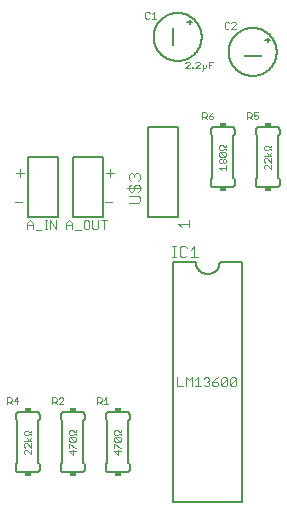
<source format=gto>
G75*
%MOIN*%
%OFA0B0*%
%FSLAX25Y25*%
%IPPOS*%
%LPD*%
%AMOC8*
5,1,8,0,0,1.08239X$1,22.5*
%
%ADD10C,0.00500*%
%ADD11C,0.00300*%
%ADD12C,0.00600*%
%ADD13R,0.01000X0.06400*%
%ADD14C,0.00200*%
%ADD15R,0.06400X0.01000*%
%ADD16C,0.00400*%
%ADD17R,0.02000X0.01500*%
D10*
X0007868Y0101000D02*
X0017868Y0101000D01*
X0017868Y0121000D01*
X0007868Y0121000D01*
X0007868Y0101000D01*
X0022868Y0101000D02*
X0032868Y0101000D01*
X0032868Y0121000D01*
X0022868Y0121000D01*
X0022868Y0101000D01*
X0047868Y0101000D02*
X0057868Y0101000D01*
X0057868Y0131000D01*
X0047868Y0131000D01*
X0047868Y0101000D01*
D11*
X0058015Y0098701D02*
X0061718Y0098701D01*
X0061718Y0097467D02*
X0061718Y0099936D01*
X0059249Y0097467D02*
X0058015Y0098701D01*
X0036145Y0106002D02*
X0033676Y0106002D01*
X0033405Y0099852D02*
X0033405Y0096950D01*
X0031426Y0097434D02*
X0031426Y0099852D01*
X0032438Y0099852D02*
X0034373Y0099852D01*
X0031426Y0097434D02*
X0030942Y0096950D01*
X0029975Y0096950D01*
X0029491Y0097434D01*
X0029491Y0099852D01*
X0028480Y0099369D02*
X0027996Y0099852D01*
X0027028Y0099852D01*
X0026545Y0099369D01*
X0026545Y0097434D01*
X0027028Y0096950D01*
X0027996Y0096950D01*
X0028480Y0097434D01*
X0028480Y0099369D01*
X0025533Y0096466D02*
X0023598Y0096466D01*
X0022587Y0096950D02*
X0022587Y0098885D01*
X0021619Y0099852D01*
X0020652Y0098885D01*
X0020652Y0096950D01*
X0020652Y0098401D02*
X0022587Y0098401D01*
X0017408Y0096950D02*
X0017408Y0099852D01*
X0015473Y0099852D02*
X0015473Y0096950D01*
X0014477Y0096950D02*
X0013509Y0096950D01*
X0013993Y0096950D02*
X0013993Y0099852D01*
X0013509Y0099852D02*
X0014477Y0099852D01*
X0015473Y0099852D02*
X0017408Y0096950D01*
X0012498Y0096466D02*
X0010563Y0096466D01*
X0009551Y0096950D02*
X0009551Y0098885D01*
X0008584Y0099852D01*
X0007616Y0098885D01*
X0007616Y0096950D01*
X0007616Y0098401D02*
X0009551Y0098401D01*
X0006145Y0106002D02*
X0003676Y0106002D01*
X0005366Y0114308D02*
X0005366Y0116777D01*
X0004132Y0115543D02*
X0006601Y0115543D01*
X0034132Y0115543D02*
X0036601Y0115543D01*
X0035366Y0116777D02*
X0035366Y0114308D01*
X0057705Y0047452D02*
X0057705Y0044550D01*
X0059640Y0044550D01*
X0060652Y0044550D02*
X0060652Y0047452D01*
X0061619Y0046485D01*
X0062587Y0047452D01*
X0062587Y0044550D01*
X0063598Y0044550D02*
X0065533Y0044550D01*
X0064566Y0044550D02*
X0064566Y0047452D01*
X0063598Y0046485D01*
X0066545Y0046969D02*
X0067028Y0047452D01*
X0067996Y0047452D01*
X0068480Y0046969D01*
X0068480Y0046485D01*
X0067996Y0046001D01*
X0068480Y0045517D01*
X0068480Y0045034D01*
X0067996Y0044550D01*
X0067028Y0044550D01*
X0066545Y0045034D01*
X0067512Y0046001D02*
X0067996Y0046001D01*
X0069491Y0046001D02*
X0070942Y0046001D01*
X0071426Y0045517D01*
X0071426Y0045034D01*
X0070942Y0044550D01*
X0069975Y0044550D01*
X0069491Y0045034D01*
X0069491Y0046001D01*
X0070459Y0046969D01*
X0071426Y0047452D01*
X0072438Y0046969D02*
X0072922Y0047452D01*
X0073889Y0047452D01*
X0074373Y0046969D01*
X0072438Y0045034D01*
X0072922Y0044550D01*
X0073889Y0044550D01*
X0074373Y0045034D01*
X0074373Y0046969D01*
X0075384Y0046969D02*
X0075868Y0047452D01*
X0076836Y0047452D01*
X0077319Y0046969D01*
X0075384Y0045034D01*
X0075868Y0044550D01*
X0076836Y0044550D01*
X0077319Y0045034D01*
X0077319Y0046969D01*
X0075384Y0046969D02*
X0075384Y0045034D01*
X0072438Y0045034D02*
X0072438Y0046969D01*
D12*
X0041868Y0035000D02*
X0041868Y0033500D01*
X0041368Y0033000D01*
X0041368Y0019000D01*
X0041868Y0018500D01*
X0041868Y0017000D01*
X0041866Y0016940D01*
X0041861Y0016879D01*
X0041852Y0016820D01*
X0041839Y0016761D01*
X0041823Y0016702D01*
X0041803Y0016645D01*
X0041780Y0016590D01*
X0041753Y0016535D01*
X0041724Y0016483D01*
X0041691Y0016432D01*
X0041655Y0016383D01*
X0041617Y0016337D01*
X0041575Y0016293D01*
X0041531Y0016251D01*
X0041485Y0016213D01*
X0041436Y0016177D01*
X0041385Y0016144D01*
X0041333Y0016115D01*
X0041278Y0016088D01*
X0041223Y0016065D01*
X0041166Y0016045D01*
X0041107Y0016029D01*
X0041048Y0016016D01*
X0040989Y0016007D01*
X0040928Y0016002D01*
X0040868Y0016000D01*
X0034868Y0016000D01*
X0034808Y0016002D01*
X0034747Y0016007D01*
X0034688Y0016016D01*
X0034629Y0016029D01*
X0034570Y0016045D01*
X0034513Y0016065D01*
X0034458Y0016088D01*
X0034403Y0016115D01*
X0034351Y0016144D01*
X0034300Y0016177D01*
X0034251Y0016213D01*
X0034205Y0016251D01*
X0034161Y0016293D01*
X0034119Y0016337D01*
X0034081Y0016383D01*
X0034045Y0016432D01*
X0034012Y0016483D01*
X0033983Y0016535D01*
X0033956Y0016590D01*
X0033933Y0016645D01*
X0033913Y0016702D01*
X0033897Y0016761D01*
X0033884Y0016820D01*
X0033875Y0016879D01*
X0033870Y0016940D01*
X0033868Y0017000D01*
X0033868Y0018500D01*
X0034368Y0019000D01*
X0034368Y0033000D01*
X0033868Y0033500D01*
X0033868Y0035000D01*
X0033870Y0035060D01*
X0033875Y0035121D01*
X0033884Y0035180D01*
X0033897Y0035239D01*
X0033913Y0035298D01*
X0033933Y0035355D01*
X0033956Y0035410D01*
X0033983Y0035465D01*
X0034012Y0035517D01*
X0034045Y0035568D01*
X0034081Y0035617D01*
X0034119Y0035663D01*
X0034161Y0035707D01*
X0034205Y0035749D01*
X0034251Y0035787D01*
X0034300Y0035823D01*
X0034351Y0035856D01*
X0034403Y0035885D01*
X0034458Y0035912D01*
X0034513Y0035935D01*
X0034570Y0035955D01*
X0034629Y0035971D01*
X0034688Y0035984D01*
X0034747Y0035993D01*
X0034808Y0035998D01*
X0034868Y0036000D01*
X0040868Y0036000D01*
X0040928Y0035998D01*
X0040989Y0035993D01*
X0041048Y0035984D01*
X0041107Y0035971D01*
X0041166Y0035955D01*
X0041223Y0035935D01*
X0041278Y0035912D01*
X0041333Y0035885D01*
X0041385Y0035856D01*
X0041436Y0035823D01*
X0041485Y0035787D01*
X0041531Y0035749D01*
X0041575Y0035707D01*
X0041617Y0035663D01*
X0041655Y0035617D01*
X0041691Y0035568D01*
X0041724Y0035517D01*
X0041753Y0035465D01*
X0041780Y0035410D01*
X0041803Y0035355D01*
X0041823Y0035298D01*
X0041839Y0035239D01*
X0041852Y0035180D01*
X0041861Y0035121D01*
X0041866Y0035060D01*
X0041868Y0035000D01*
X0041866Y0035060D01*
X0041861Y0035121D01*
X0041852Y0035180D01*
X0041839Y0035239D01*
X0041823Y0035298D01*
X0041803Y0035355D01*
X0041780Y0035410D01*
X0041753Y0035465D01*
X0041724Y0035517D01*
X0041691Y0035568D01*
X0041655Y0035617D01*
X0041617Y0035663D01*
X0041575Y0035707D01*
X0041531Y0035749D01*
X0041485Y0035787D01*
X0041436Y0035823D01*
X0041385Y0035856D01*
X0041333Y0035885D01*
X0041278Y0035912D01*
X0041223Y0035935D01*
X0041166Y0035955D01*
X0041107Y0035971D01*
X0041048Y0035984D01*
X0040989Y0035993D01*
X0040928Y0035998D01*
X0040868Y0036000D01*
X0034868Y0036000D02*
X0034808Y0035998D01*
X0034747Y0035993D01*
X0034688Y0035984D01*
X0034629Y0035971D01*
X0034570Y0035955D01*
X0034513Y0035935D01*
X0034458Y0035912D01*
X0034403Y0035885D01*
X0034351Y0035856D01*
X0034300Y0035823D01*
X0034251Y0035787D01*
X0034205Y0035749D01*
X0034161Y0035707D01*
X0034119Y0035663D01*
X0034081Y0035617D01*
X0034045Y0035568D01*
X0034012Y0035517D01*
X0033983Y0035465D01*
X0033956Y0035410D01*
X0033933Y0035355D01*
X0033913Y0035298D01*
X0033897Y0035239D01*
X0033884Y0035180D01*
X0033875Y0035121D01*
X0033870Y0035060D01*
X0033868Y0035000D01*
X0026868Y0035000D02*
X0026868Y0033500D01*
X0026368Y0033000D01*
X0026368Y0019000D01*
X0026868Y0018500D01*
X0026868Y0017000D01*
X0026866Y0016940D01*
X0026861Y0016879D01*
X0026852Y0016820D01*
X0026839Y0016761D01*
X0026823Y0016702D01*
X0026803Y0016645D01*
X0026780Y0016590D01*
X0026753Y0016535D01*
X0026724Y0016483D01*
X0026691Y0016432D01*
X0026655Y0016383D01*
X0026617Y0016337D01*
X0026575Y0016293D01*
X0026531Y0016251D01*
X0026485Y0016213D01*
X0026436Y0016177D01*
X0026385Y0016144D01*
X0026333Y0016115D01*
X0026278Y0016088D01*
X0026223Y0016065D01*
X0026166Y0016045D01*
X0026107Y0016029D01*
X0026048Y0016016D01*
X0025989Y0016007D01*
X0025928Y0016002D01*
X0025868Y0016000D01*
X0019868Y0016000D01*
X0019808Y0016002D01*
X0019747Y0016007D01*
X0019688Y0016016D01*
X0019629Y0016029D01*
X0019570Y0016045D01*
X0019513Y0016065D01*
X0019458Y0016088D01*
X0019403Y0016115D01*
X0019351Y0016144D01*
X0019300Y0016177D01*
X0019251Y0016213D01*
X0019205Y0016251D01*
X0019161Y0016293D01*
X0019119Y0016337D01*
X0019081Y0016383D01*
X0019045Y0016432D01*
X0019012Y0016483D01*
X0018983Y0016535D01*
X0018956Y0016590D01*
X0018933Y0016645D01*
X0018913Y0016702D01*
X0018897Y0016761D01*
X0018884Y0016820D01*
X0018875Y0016879D01*
X0018870Y0016940D01*
X0018868Y0017000D01*
X0018868Y0018500D01*
X0019368Y0019000D01*
X0019368Y0033000D01*
X0018868Y0033500D01*
X0018868Y0035000D01*
X0018870Y0035060D01*
X0018875Y0035121D01*
X0018884Y0035180D01*
X0018897Y0035239D01*
X0018913Y0035298D01*
X0018933Y0035355D01*
X0018956Y0035410D01*
X0018983Y0035465D01*
X0019012Y0035517D01*
X0019045Y0035568D01*
X0019081Y0035617D01*
X0019119Y0035663D01*
X0019161Y0035707D01*
X0019205Y0035749D01*
X0019251Y0035787D01*
X0019300Y0035823D01*
X0019351Y0035856D01*
X0019403Y0035885D01*
X0019458Y0035912D01*
X0019513Y0035935D01*
X0019570Y0035955D01*
X0019629Y0035971D01*
X0019688Y0035984D01*
X0019747Y0035993D01*
X0019808Y0035998D01*
X0019868Y0036000D01*
X0025868Y0036000D01*
X0025928Y0035998D01*
X0025989Y0035993D01*
X0026048Y0035984D01*
X0026107Y0035971D01*
X0026166Y0035955D01*
X0026223Y0035935D01*
X0026278Y0035912D01*
X0026333Y0035885D01*
X0026385Y0035856D01*
X0026436Y0035823D01*
X0026485Y0035787D01*
X0026531Y0035749D01*
X0026575Y0035707D01*
X0026617Y0035663D01*
X0026655Y0035617D01*
X0026691Y0035568D01*
X0026724Y0035517D01*
X0026753Y0035465D01*
X0026780Y0035410D01*
X0026803Y0035355D01*
X0026823Y0035298D01*
X0026839Y0035239D01*
X0026852Y0035180D01*
X0026861Y0035121D01*
X0026866Y0035060D01*
X0026868Y0035000D01*
X0026866Y0035060D01*
X0026861Y0035121D01*
X0026852Y0035180D01*
X0026839Y0035239D01*
X0026823Y0035298D01*
X0026803Y0035355D01*
X0026780Y0035410D01*
X0026753Y0035465D01*
X0026724Y0035517D01*
X0026691Y0035568D01*
X0026655Y0035617D01*
X0026617Y0035663D01*
X0026575Y0035707D01*
X0026531Y0035749D01*
X0026485Y0035787D01*
X0026436Y0035823D01*
X0026385Y0035856D01*
X0026333Y0035885D01*
X0026278Y0035912D01*
X0026223Y0035935D01*
X0026166Y0035955D01*
X0026107Y0035971D01*
X0026048Y0035984D01*
X0025989Y0035993D01*
X0025928Y0035998D01*
X0025868Y0036000D01*
X0019868Y0036000D02*
X0019808Y0035998D01*
X0019747Y0035993D01*
X0019688Y0035984D01*
X0019629Y0035971D01*
X0019570Y0035955D01*
X0019513Y0035935D01*
X0019458Y0035912D01*
X0019403Y0035885D01*
X0019351Y0035856D01*
X0019300Y0035823D01*
X0019251Y0035787D01*
X0019205Y0035749D01*
X0019161Y0035707D01*
X0019119Y0035663D01*
X0019081Y0035617D01*
X0019045Y0035568D01*
X0019012Y0035517D01*
X0018983Y0035465D01*
X0018956Y0035410D01*
X0018933Y0035355D01*
X0018913Y0035298D01*
X0018897Y0035239D01*
X0018884Y0035180D01*
X0018875Y0035121D01*
X0018870Y0035060D01*
X0018868Y0035000D01*
X0011868Y0035000D02*
X0011868Y0033500D01*
X0011368Y0033000D01*
X0011368Y0019000D01*
X0011868Y0018500D01*
X0011868Y0017000D01*
X0011866Y0016940D01*
X0011861Y0016879D01*
X0011852Y0016820D01*
X0011839Y0016761D01*
X0011823Y0016702D01*
X0011803Y0016645D01*
X0011780Y0016590D01*
X0011753Y0016535D01*
X0011724Y0016483D01*
X0011691Y0016432D01*
X0011655Y0016383D01*
X0011617Y0016337D01*
X0011575Y0016293D01*
X0011531Y0016251D01*
X0011485Y0016213D01*
X0011436Y0016177D01*
X0011385Y0016144D01*
X0011333Y0016115D01*
X0011278Y0016088D01*
X0011223Y0016065D01*
X0011166Y0016045D01*
X0011107Y0016029D01*
X0011048Y0016016D01*
X0010989Y0016007D01*
X0010928Y0016002D01*
X0010868Y0016000D01*
X0004868Y0016000D01*
X0004808Y0016002D01*
X0004747Y0016007D01*
X0004688Y0016016D01*
X0004629Y0016029D01*
X0004570Y0016045D01*
X0004513Y0016065D01*
X0004458Y0016088D01*
X0004403Y0016115D01*
X0004351Y0016144D01*
X0004300Y0016177D01*
X0004251Y0016213D01*
X0004205Y0016251D01*
X0004161Y0016293D01*
X0004119Y0016337D01*
X0004081Y0016383D01*
X0004045Y0016432D01*
X0004012Y0016483D01*
X0003983Y0016535D01*
X0003956Y0016590D01*
X0003933Y0016645D01*
X0003913Y0016702D01*
X0003897Y0016761D01*
X0003884Y0016820D01*
X0003875Y0016879D01*
X0003870Y0016940D01*
X0003868Y0017000D01*
X0003868Y0018500D01*
X0004368Y0019000D01*
X0004368Y0033000D01*
X0003868Y0033500D01*
X0003868Y0035000D01*
X0003870Y0035060D01*
X0003875Y0035121D01*
X0003884Y0035180D01*
X0003897Y0035239D01*
X0003913Y0035298D01*
X0003933Y0035355D01*
X0003956Y0035410D01*
X0003983Y0035465D01*
X0004012Y0035517D01*
X0004045Y0035568D01*
X0004081Y0035617D01*
X0004119Y0035663D01*
X0004161Y0035707D01*
X0004205Y0035749D01*
X0004251Y0035787D01*
X0004300Y0035823D01*
X0004351Y0035856D01*
X0004403Y0035885D01*
X0004458Y0035912D01*
X0004513Y0035935D01*
X0004570Y0035955D01*
X0004629Y0035971D01*
X0004688Y0035984D01*
X0004747Y0035993D01*
X0004808Y0035998D01*
X0004868Y0036000D01*
X0010868Y0036000D01*
X0010928Y0035998D01*
X0010989Y0035993D01*
X0011048Y0035984D01*
X0011107Y0035971D01*
X0011166Y0035955D01*
X0011223Y0035935D01*
X0011278Y0035912D01*
X0011333Y0035885D01*
X0011385Y0035856D01*
X0011436Y0035823D01*
X0011485Y0035787D01*
X0011531Y0035749D01*
X0011575Y0035707D01*
X0011617Y0035663D01*
X0011655Y0035617D01*
X0011691Y0035568D01*
X0011724Y0035517D01*
X0011753Y0035465D01*
X0011780Y0035410D01*
X0011803Y0035355D01*
X0011823Y0035298D01*
X0011839Y0035239D01*
X0011852Y0035180D01*
X0011861Y0035121D01*
X0011866Y0035060D01*
X0011868Y0035000D01*
X0011866Y0035060D01*
X0011861Y0035121D01*
X0011852Y0035180D01*
X0011839Y0035239D01*
X0011823Y0035298D01*
X0011803Y0035355D01*
X0011780Y0035410D01*
X0011753Y0035465D01*
X0011724Y0035517D01*
X0011691Y0035568D01*
X0011655Y0035617D01*
X0011617Y0035663D01*
X0011575Y0035707D01*
X0011531Y0035749D01*
X0011485Y0035787D01*
X0011436Y0035823D01*
X0011385Y0035856D01*
X0011333Y0035885D01*
X0011278Y0035912D01*
X0011223Y0035935D01*
X0011166Y0035955D01*
X0011107Y0035971D01*
X0011048Y0035984D01*
X0010989Y0035993D01*
X0010928Y0035998D01*
X0010868Y0036000D01*
X0004868Y0036000D02*
X0004808Y0035998D01*
X0004747Y0035993D01*
X0004688Y0035984D01*
X0004629Y0035971D01*
X0004570Y0035955D01*
X0004513Y0035935D01*
X0004458Y0035912D01*
X0004403Y0035885D01*
X0004351Y0035856D01*
X0004300Y0035823D01*
X0004251Y0035787D01*
X0004205Y0035749D01*
X0004161Y0035707D01*
X0004119Y0035663D01*
X0004081Y0035617D01*
X0004045Y0035568D01*
X0004012Y0035517D01*
X0003983Y0035465D01*
X0003956Y0035410D01*
X0003933Y0035355D01*
X0003913Y0035298D01*
X0003897Y0035239D01*
X0003884Y0035180D01*
X0003875Y0035121D01*
X0003870Y0035060D01*
X0003868Y0035000D01*
X0003868Y0017000D02*
X0003870Y0016940D01*
X0003875Y0016879D01*
X0003884Y0016820D01*
X0003897Y0016761D01*
X0003913Y0016702D01*
X0003933Y0016645D01*
X0003956Y0016590D01*
X0003983Y0016535D01*
X0004012Y0016483D01*
X0004045Y0016432D01*
X0004081Y0016383D01*
X0004119Y0016337D01*
X0004161Y0016293D01*
X0004205Y0016251D01*
X0004251Y0016213D01*
X0004300Y0016177D01*
X0004351Y0016144D01*
X0004403Y0016115D01*
X0004458Y0016088D01*
X0004513Y0016065D01*
X0004570Y0016045D01*
X0004629Y0016029D01*
X0004688Y0016016D01*
X0004747Y0016007D01*
X0004808Y0016002D01*
X0004868Y0016000D01*
X0010868Y0016000D02*
X0010928Y0016002D01*
X0010989Y0016007D01*
X0011048Y0016016D01*
X0011107Y0016029D01*
X0011166Y0016045D01*
X0011223Y0016065D01*
X0011278Y0016088D01*
X0011333Y0016115D01*
X0011385Y0016144D01*
X0011436Y0016177D01*
X0011485Y0016213D01*
X0011531Y0016251D01*
X0011575Y0016293D01*
X0011617Y0016337D01*
X0011655Y0016383D01*
X0011691Y0016432D01*
X0011724Y0016483D01*
X0011753Y0016535D01*
X0011780Y0016590D01*
X0011803Y0016645D01*
X0011823Y0016702D01*
X0011839Y0016761D01*
X0011852Y0016820D01*
X0011861Y0016879D01*
X0011866Y0016940D01*
X0011868Y0017000D01*
X0018868Y0017000D02*
X0018870Y0016940D01*
X0018875Y0016879D01*
X0018884Y0016820D01*
X0018897Y0016761D01*
X0018913Y0016702D01*
X0018933Y0016645D01*
X0018956Y0016590D01*
X0018983Y0016535D01*
X0019012Y0016483D01*
X0019045Y0016432D01*
X0019081Y0016383D01*
X0019119Y0016337D01*
X0019161Y0016293D01*
X0019205Y0016251D01*
X0019251Y0016213D01*
X0019300Y0016177D01*
X0019351Y0016144D01*
X0019403Y0016115D01*
X0019458Y0016088D01*
X0019513Y0016065D01*
X0019570Y0016045D01*
X0019629Y0016029D01*
X0019688Y0016016D01*
X0019747Y0016007D01*
X0019808Y0016002D01*
X0019868Y0016000D01*
X0025868Y0016000D02*
X0025928Y0016002D01*
X0025989Y0016007D01*
X0026048Y0016016D01*
X0026107Y0016029D01*
X0026166Y0016045D01*
X0026223Y0016065D01*
X0026278Y0016088D01*
X0026333Y0016115D01*
X0026385Y0016144D01*
X0026436Y0016177D01*
X0026485Y0016213D01*
X0026531Y0016251D01*
X0026575Y0016293D01*
X0026617Y0016337D01*
X0026655Y0016383D01*
X0026691Y0016432D01*
X0026724Y0016483D01*
X0026753Y0016535D01*
X0026780Y0016590D01*
X0026803Y0016645D01*
X0026823Y0016702D01*
X0026839Y0016761D01*
X0026852Y0016820D01*
X0026861Y0016879D01*
X0026866Y0016940D01*
X0026868Y0017000D01*
X0033868Y0017000D02*
X0033870Y0016940D01*
X0033875Y0016879D01*
X0033884Y0016820D01*
X0033897Y0016761D01*
X0033913Y0016702D01*
X0033933Y0016645D01*
X0033956Y0016590D01*
X0033983Y0016535D01*
X0034012Y0016483D01*
X0034045Y0016432D01*
X0034081Y0016383D01*
X0034119Y0016337D01*
X0034161Y0016293D01*
X0034205Y0016251D01*
X0034251Y0016213D01*
X0034300Y0016177D01*
X0034351Y0016144D01*
X0034403Y0016115D01*
X0034458Y0016088D01*
X0034513Y0016065D01*
X0034570Y0016045D01*
X0034629Y0016029D01*
X0034688Y0016016D01*
X0034747Y0016007D01*
X0034808Y0016002D01*
X0034868Y0016000D01*
X0040868Y0016000D02*
X0040928Y0016002D01*
X0040989Y0016007D01*
X0041048Y0016016D01*
X0041107Y0016029D01*
X0041166Y0016045D01*
X0041223Y0016065D01*
X0041278Y0016088D01*
X0041333Y0016115D01*
X0041385Y0016144D01*
X0041436Y0016177D01*
X0041485Y0016213D01*
X0041531Y0016251D01*
X0041575Y0016293D01*
X0041617Y0016337D01*
X0041655Y0016383D01*
X0041691Y0016432D01*
X0041724Y0016483D01*
X0041753Y0016535D01*
X0041780Y0016590D01*
X0041803Y0016645D01*
X0041823Y0016702D01*
X0041839Y0016761D01*
X0041852Y0016820D01*
X0041861Y0016879D01*
X0041866Y0016940D01*
X0041868Y0017000D01*
X0056368Y0006000D02*
X0079368Y0006000D01*
X0079368Y0086000D01*
X0071868Y0086000D01*
X0071866Y0085874D01*
X0071860Y0085749D01*
X0071850Y0085624D01*
X0071836Y0085499D01*
X0071819Y0085374D01*
X0071797Y0085250D01*
X0071772Y0085127D01*
X0071742Y0085005D01*
X0071709Y0084884D01*
X0071672Y0084764D01*
X0071632Y0084645D01*
X0071587Y0084528D01*
X0071539Y0084411D01*
X0071487Y0084297D01*
X0071432Y0084184D01*
X0071373Y0084073D01*
X0071311Y0083964D01*
X0071245Y0083857D01*
X0071176Y0083752D01*
X0071104Y0083649D01*
X0071029Y0083548D01*
X0070950Y0083450D01*
X0070868Y0083355D01*
X0070784Y0083262D01*
X0070696Y0083172D01*
X0070606Y0083084D01*
X0070513Y0083000D01*
X0070418Y0082918D01*
X0070320Y0082839D01*
X0070219Y0082764D01*
X0070116Y0082692D01*
X0070011Y0082623D01*
X0069904Y0082557D01*
X0069795Y0082495D01*
X0069684Y0082436D01*
X0069571Y0082381D01*
X0069457Y0082329D01*
X0069340Y0082281D01*
X0069223Y0082236D01*
X0069104Y0082196D01*
X0068984Y0082159D01*
X0068863Y0082126D01*
X0068741Y0082096D01*
X0068618Y0082071D01*
X0068494Y0082049D01*
X0068369Y0082032D01*
X0068244Y0082018D01*
X0068119Y0082008D01*
X0067994Y0082002D01*
X0067868Y0082000D01*
X0067742Y0082002D01*
X0067617Y0082008D01*
X0067492Y0082018D01*
X0067367Y0082032D01*
X0067242Y0082049D01*
X0067118Y0082071D01*
X0066995Y0082096D01*
X0066873Y0082126D01*
X0066752Y0082159D01*
X0066632Y0082196D01*
X0066513Y0082236D01*
X0066396Y0082281D01*
X0066279Y0082329D01*
X0066165Y0082381D01*
X0066052Y0082436D01*
X0065941Y0082495D01*
X0065832Y0082557D01*
X0065725Y0082623D01*
X0065620Y0082692D01*
X0065517Y0082764D01*
X0065416Y0082839D01*
X0065318Y0082918D01*
X0065223Y0083000D01*
X0065130Y0083084D01*
X0065040Y0083172D01*
X0064952Y0083262D01*
X0064868Y0083355D01*
X0064786Y0083450D01*
X0064707Y0083548D01*
X0064632Y0083649D01*
X0064560Y0083752D01*
X0064491Y0083857D01*
X0064425Y0083964D01*
X0064363Y0084073D01*
X0064304Y0084184D01*
X0064249Y0084297D01*
X0064197Y0084411D01*
X0064149Y0084528D01*
X0064104Y0084645D01*
X0064064Y0084764D01*
X0064027Y0084884D01*
X0063994Y0085005D01*
X0063964Y0085127D01*
X0063939Y0085250D01*
X0063917Y0085374D01*
X0063900Y0085499D01*
X0063886Y0085624D01*
X0063876Y0085749D01*
X0063870Y0085874D01*
X0063868Y0086000D01*
X0056368Y0086000D01*
X0056368Y0006000D01*
X0069868Y0111000D02*
X0075868Y0111000D01*
X0075928Y0111002D01*
X0075989Y0111007D01*
X0076048Y0111016D01*
X0076107Y0111029D01*
X0076166Y0111045D01*
X0076223Y0111065D01*
X0076278Y0111088D01*
X0076333Y0111115D01*
X0076385Y0111144D01*
X0076436Y0111177D01*
X0076485Y0111213D01*
X0076531Y0111251D01*
X0076575Y0111293D01*
X0076617Y0111337D01*
X0076655Y0111383D01*
X0076691Y0111432D01*
X0076724Y0111483D01*
X0076753Y0111535D01*
X0076780Y0111590D01*
X0076803Y0111645D01*
X0076823Y0111702D01*
X0076839Y0111761D01*
X0076852Y0111820D01*
X0076861Y0111879D01*
X0076866Y0111940D01*
X0076868Y0112000D01*
X0076868Y0113500D01*
X0076368Y0114000D01*
X0076368Y0128000D01*
X0076868Y0128500D01*
X0076868Y0130000D01*
X0076866Y0130060D01*
X0076861Y0130121D01*
X0076852Y0130180D01*
X0076839Y0130239D01*
X0076823Y0130298D01*
X0076803Y0130355D01*
X0076780Y0130410D01*
X0076753Y0130465D01*
X0076724Y0130517D01*
X0076691Y0130568D01*
X0076655Y0130617D01*
X0076617Y0130663D01*
X0076575Y0130707D01*
X0076531Y0130749D01*
X0076485Y0130787D01*
X0076436Y0130823D01*
X0076385Y0130856D01*
X0076333Y0130885D01*
X0076278Y0130912D01*
X0076223Y0130935D01*
X0076166Y0130955D01*
X0076107Y0130971D01*
X0076048Y0130984D01*
X0075989Y0130993D01*
X0075928Y0130998D01*
X0075868Y0131000D01*
X0069868Y0131000D01*
X0069808Y0130998D01*
X0069747Y0130993D01*
X0069688Y0130984D01*
X0069629Y0130971D01*
X0069570Y0130955D01*
X0069513Y0130935D01*
X0069458Y0130912D01*
X0069403Y0130885D01*
X0069351Y0130856D01*
X0069300Y0130823D01*
X0069251Y0130787D01*
X0069205Y0130749D01*
X0069161Y0130707D01*
X0069119Y0130663D01*
X0069081Y0130617D01*
X0069045Y0130568D01*
X0069012Y0130517D01*
X0068983Y0130465D01*
X0068956Y0130410D01*
X0068933Y0130355D01*
X0068913Y0130298D01*
X0068897Y0130239D01*
X0068884Y0130180D01*
X0068875Y0130121D01*
X0068870Y0130060D01*
X0068868Y0130000D01*
X0068868Y0128500D01*
X0069368Y0128000D01*
X0069368Y0114000D01*
X0068868Y0113500D01*
X0068868Y0112000D01*
X0068870Y0111940D01*
X0068875Y0111879D01*
X0068884Y0111820D01*
X0068897Y0111761D01*
X0068913Y0111702D01*
X0068933Y0111645D01*
X0068956Y0111590D01*
X0068983Y0111535D01*
X0069012Y0111483D01*
X0069045Y0111432D01*
X0069081Y0111383D01*
X0069119Y0111337D01*
X0069161Y0111293D01*
X0069205Y0111251D01*
X0069251Y0111213D01*
X0069300Y0111177D01*
X0069351Y0111144D01*
X0069403Y0111115D01*
X0069458Y0111088D01*
X0069513Y0111065D01*
X0069570Y0111045D01*
X0069629Y0111029D01*
X0069688Y0111016D01*
X0069747Y0111007D01*
X0069808Y0111002D01*
X0069868Y0111000D01*
X0069808Y0111002D01*
X0069747Y0111007D01*
X0069688Y0111016D01*
X0069629Y0111029D01*
X0069570Y0111045D01*
X0069513Y0111065D01*
X0069458Y0111088D01*
X0069403Y0111115D01*
X0069351Y0111144D01*
X0069300Y0111177D01*
X0069251Y0111213D01*
X0069205Y0111251D01*
X0069161Y0111293D01*
X0069119Y0111337D01*
X0069081Y0111383D01*
X0069045Y0111432D01*
X0069012Y0111483D01*
X0068983Y0111535D01*
X0068956Y0111590D01*
X0068933Y0111645D01*
X0068913Y0111702D01*
X0068897Y0111761D01*
X0068884Y0111820D01*
X0068875Y0111879D01*
X0068870Y0111940D01*
X0068868Y0112000D01*
X0075868Y0111000D02*
X0075928Y0111002D01*
X0075989Y0111007D01*
X0076048Y0111016D01*
X0076107Y0111029D01*
X0076166Y0111045D01*
X0076223Y0111065D01*
X0076278Y0111088D01*
X0076333Y0111115D01*
X0076385Y0111144D01*
X0076436Y0111177D01*
X0076485Y0111213D01*
X0076531Y0111251D01*
X0076575Y0111293D01*
X0076617Y0111337D01*
X0076655Y0111383D01*
X0076691Y0111432D01*
X0076724Y0111483D01*
X0076753Y0111535D01*
X0076780Y0111590D01*
X0076803Y0111645D01*
X0076823Y0111702D01*
X0076839Y0111761D01*
X0076852Y0111820D01*
X0076861Y0111879D01*
X0076866Y0111940D01*
X0076868Y0112000D01*
X0083868Y0112000D02*
X0083868Y0113500D01*
X0084368Y0114000D01*
X0084368Y0128000D01*
X0083868Y0128500D01*
X0083868Y0130000D01*
X0083870Y0130060D01*
X0083875Y0130121D01*
X0083884Y0130180D01*
X0083897Y0130239D01*
X0083913Y0130298D01*
X0083933Y0130355D01*
X0083956Y0130410D01*
X0083983Y0130465D01*
X0084012Y0130517D01*
X0084045Y0130568D01*
X0084081Y0130617D01*
X0084119Y0130663D01*
X0084161Y0130707D01*
X0084205Y0130749D01*
X0084251Y0130787D01*
X0084300Y0130823D01*
X0084351Y0130856D01*
X0084403Y0130885D01*
X0084458Y0130912D01*
X0084513Y0130935D01*
X0084570Y0130955D01*
X0084629Y0130971D01*
X0084688Y0130984D01*
X0084747Y0130993D01*
X0084808Y0130998D01*
X0084868Y0131000D01*
X0090868Y0131000D01*
X0090928Y0130998D01*
X0090989Y0130993D01*
X0091048Y0130984D01*
X0091107Y0130971D01*
X0091166Y0130955D01*
X0091223Y0130935D01*
X0091278Y0130912D01*
X0091333Y0130885D01*
X0091385Y0130856D01*
X0091436Y0130823D01*
X0091485Y0130787D01*
X0091531Y0130749D01*
X0091575Y0130707D01*
X0091617Y0130663D01*
X0091655Y0130617D01*
X0091691Y0130568D01*
X0091724Y0130517D01*
X0091753Y0130465D01*
X0091780Y0130410D01*
X0091803Y0130355D01*
X0091823Y0130298D01*
X0091839Y0130239D01*
X0091852Y0130180D01*
X0091861Y0130121D01*
X0091866Y0130060D01*
X0091868Y0130000D01*
X0091868Y0128500D01*
X0091368Y0128000D01*
X0091368Y0114000D01*
X0091868Y0113500D01*
X0091868Y0112000D01*
X0091866Y0111940D01*
X0091861Y0111879D01*
X0091852Y0111820D01*
X0091839Y0111761D01*
X0091823Y0111702D01*
X0091803Y0111645D01*
X0091780Y0111590D01*
X0091753Y0111535D01*
X0091724Y0111483D01*
X0091691Y0111432D01*
X0091655Y0111383D01*
X0091617Y0111337D01*
X0091575Y0111293D01*
X0091531Y0111251D01*
X0091485Y0111213D01*
X0091436Y0111177D01*
X0091385Y0111144D01*
X0091333Y0111115D01*
X0091278Y0111088D01*
X0091223Y0111065D01*
X0091166Y0111045D01*
X0091107Y0111029D01*
X0091048Y0111016D01*
X0090989Y0111007D01*
X0090928Y0111002D01*
X0090868Y0111000D01*
X0084868Y0111000D01*
X0084808Y0111002D01*
X0084747Y0111007D01*
X0084688Y0111016D01*
X0084629Y0111029D01*
X0084570Y0111045D01*
X0084513Y0111065D01*
X0084458Y0111088D01*
X0084403Y0111115D01*
X0084351Y0111144D01*
X0084300Y0111177D01*
X0084251Y0111213D01*
X0084205Y0111251D01*
X0084161Y0111293D01*
X0084119Y0111337D01*
X0084081Y0111383D01*
X0084045Y0111432D01*
X0084012Y0111483D01*
X0083983Y0111535D01*
X0083956Y0111590D01*
X0083933Y0111645D01*
X0083913Y0111702D01*
X0083897Y0111761D01*
X0083884Y0111820D01*
X0083875Y0111879D01*
X0083870Y0111940D01*
X0083868Y0112000D01*
X0083870Y0111940D01*
X0083875Y0111879D01*
X0083884Y0111820D01*
X0083897Y0111761D01*
X0083913Y0111702D01*
X0083933Y0111645D01*
X0083956Y0111590D01*
X0083983Y0111535D01*
X0084012Y0111483D01*
X0084045Y0111432D01*
X0084081Y0111383D01*
X0084119Y0111337D01*
X0084161Y0111293D01*
X0084205Y0111251D01*
X0084251Y0111213D01*
X0084300Y0111177D01*
X0084351Y0111144D01*
X0084403Y0111115D01*
X0084458Y0111088D01*
X0084513Y0111065D01*
X0084570Y0111045D01*
X0084629Y0111029D01*
X0084688Y0111016D01*
X0084747Y0111007D01*
X0084808Y0111002D01*
X0084868Y0111000D01*
X0090868Y0111000D02*
X0090928Y0111002D01*
X0090989Y0111007D01*
X0091048Y0111016D01*
X0091107Y0111029D01*
X0091166Y0111045D01*
X0091223Y0111065D01*
X0091278Y0111088D01*
X0091333Y0111115D01*
X0091385Y0111144D01*
X0091436Y0111177D01*
X0091485Y0111213D01*
X0091531Y0111251D01*
X0091575Y0111293D01*
X0091617Y0111337D01*
X0091655Y0111383D01*
X0091691Y0111432D01*
X0091724Y0111483D01*
X0091753Y0111535D01*
X0091780Y0111590D01*
X0091803Y0111645D01*
X0091823Y0111702D01*
X0091839Y0111761D01*
X0091852Y0111820D01*
X0091861Y0111879D01*
X0091866Y0111940D01*
X0091868Y0112000D01*
X0091868Y0130000D02*
X0091866Y0130060D01*
X0091861Y0130121D01*
X0091852Y0130180D01*
X0091839Y0130239D01*
X0091823Y0130298D01*
X0091803Y0130355D01*
X0091780Y0130410D01*
X0091753Y0130465D01*
X0091724Y0130517D01*
X0091691Y0130568D01*
X0091655Y0130617D01*
X0091617Y0130663D01*
X0091575Y0130707D01*
X0091531Y0130749D01*
X0091485Y0130787D01*
X0091436Y0130823D01*
X0091385Y0130856D01*
X0091333Y0130885D01*
X0091278Y0130912D01*
X0091223Y0130935D01*
X0091166Y0130955D01*
X0091107Y0130971D01*
X0091048Y0130984D01*
X0090989Y0130993D01*
X0090928Y0130998D01*
X0090868Y0131000D01*
X0084868Y0131000D02*
X0084808Y0130998D01*
X0084747Y0130993D01*
X0084688Y0130984D01*
X0084629Y0130971D01*
X0084570Y0130955D01*
X0084513Y0130935D01*
X0084458Y0130912D01*
X0084403Y0130885D01*
X0084351Y0130856D01*
X0084300Y0130823D01*
X0084251Y0130787D01*
X0084205Y0130749D01*
X0084161Y0130707D01*
X0084119Y0130663D01*
X0084081Y0130617D01*
X0084045Y0130568D01*
X0084012Y0130517D01*
X0083983Y0130465D01*
X0083956Y0130410D01*
X0083933Y0130355D01*
X0083913Y0130298D01*
X0083897Y0130239D01*
X0083884Y0130180D01*
X0083875Y0130121D01*
X0083870Y0130060D01*
X0083868Y0130000D01*
X0076868Y0130000D02*
X0076866Y0130060D01*
X0076861Y0130121D01*
X0076852Y0130180D01*
X0076839Y0130239D01*
X0076823Y0130298D01*
X0076803Y0130355D01*
X0076780Y0130410D01*
X0076753Y0130465D01*
X0076724Y0130517D01*
X0076691Y0130568D01*
X0076655Y0130617D01*
X0076617Y0130663D01*
X0076575Y0130707D01*
X0076531Y0130749D01*
X0076485Y0130787D01*
X0076436Y0130823D01*
X0076385Y0130856D01*
X0076333Y0130885D01*
X0076278Y0130912D01*
X0076223Y0130935D01*
X0076166Y0130955D01*
X0076107Y0130971D01*
X0076048Y0130984D01*
X0075989Y0130993D01*
X0075928Y0130998D01*
X0075868Y0131000D01*
X0069868Y0131000D02*
X0069808Y0130998D01*
X0069747Y0130993D01*
X0069688Y0130984D01*
X0069629Y0130971D01*
X0069570Y0130955D01*
X0069513Y0130935D01*
X0069458Y0130912D01*
X0069403Y0130885D01*
X0069351Y0130856D01*
X0069300Y0130823D01*
X0069251Y0130787D01*
X0069205Y0130749D01*
X0069161Y0130707D01*
X0069119Y0130663D01*
X0069081Y0130617D01*
X0069045Y0130568D01*
X0069012Y0130517D01*
X0068983Y0130465D01*
X0068956Y0130410D01*
X0068933Y0130355D01*
X0068913Y0130298D01*
X0068897Y0130239D01*
X0068884Y0130180D01*
X0068875Y0130121D01*
X0068870Y0130060D01*
X0068868Y0130000D01*
X0074868Y0156000D02*
X0074870Y0156196D01*
X0074878Y0156393D01*
X0074890Y0156589D01*
X0074907Y0156784D01*
X0074928Y0156979D01*
X0074955Y0157174D01*
X0074986Y0157368D01*
X0075022Y0157561D01*
X0075062Y0157753D01*
X0075108Y0157944D01*
X0075158Y0158134D01*
X0075212Y0158322D01*
X0075272Y0158509D01*
X0075336Y0158695D01*
X0075404Y0158879D01*
X0075477Y0159061D01*
X0075554Y0159242D01*
X0075636Y0159420D01*
X0075722Y0159597D01*
X0075813Y0159771D01*
X0075907Y0159943D01*
X0076006Y0160113D01*
X0076109Y0160280D01*
X0076216Y0160445D01*
X0076327Y0160606D01*
X0076442Y0160766D01*
X0076561Y0160922D01*
X0076684Y0161075D01*
X0076810Y0161225D01*
X0076940Y0161372D01*
X0077074Y0161516D01*
X0077211Y0161657D01*
X0077352Y0161794D01*
X0077496Y0161928D01*
X0077643Y0162058D01*
X0077793Y0162184D01*
X0077946Y0162307D01*
X0078102Y0162426D01*
X0078262Y0162541D01*
X0078423Y0162652D01*
X0078588Y0162759D01*
X0078755Y0162862D01*
X0078925Y0162961D01*
X0079097Y0163055D01*
X0079271Y0163146D01*
X0079448Y0163232D01*
X0079626Y0163314D01*
X0079807Y0163391D01*
X0079989Y0163464D01*
X0080173Y0163532D01*
X0080359Y0163596D01*
X0080546Y0163656D01*
X0080734Y0163710D01*
X0080924Y0163760D01*
X0081115Y0163806D01*
X0081307Y0163846D01*
X0081500Y0163882D01*
X0081694Y0163913D01*
X0081889Y0163940D01*
X0082084Y0163961D01*
X0082279Y0163978D01*
X0082475Y0163990D01*
X0082672Y0163998D01*
X0082868Y0164000D01*
X0083064Y0163998D01*
X0083261Y0163990D01*
X0083457Y0163978D01*
X0083652Y0163961D01*
X0083847Y0163940D01*
X0084042Y0163913D01*
X0084236Y0163882D01*
X0084429Y0163846D01*
X0084621Y0163806D01*
X0084812Y0163760D01*
X0085002Y0163710D01*
X0085190Y0163656D01*
X0085377Y0163596D01*
X0085563Y0163532D01*
X0085747Y0163464D01*
X0085929Y0163391D01*
X0086110Y0163314D01*
X0086288Y0163232D01*
X0086465Y0163146D01*
X0086639Y0163055D01*
X0086811Y0162961D01*
X0086981Y0162862D01*
X0087148Y0162759D01*
X0087313Y0162652D01*
X0087474Y0162541D01*
X0087634Y0162426D01*
X0087790Y0162307D01*
X0087943Y0162184D01*
X0088093Y0162058D01*
X0088240Y0161928D01*
X0088384Y0161794D01*
X0088525Y0161657D01*
X0088662Y0161516D01*
X0088796Y0161372D01*
X0088926Y0161225D01*
X0089052Y0161075D01*
X0089175Y0160922D01*
X0089294Y0160766D01*
X0089409Y0160606D01*
X0089520Y0160445D01*
X0089627Y0160280D01*
X0089730Y0160113D01*
X0089829Y0159943D01*
X0089923Y0159771D01*
X0090014Y0159597D01*
X0090100Y0159420D01*
X0090182Y0159242D01*
X0090259Y0159061D01*
X0090332Y0158879D01*
X0090400Y0158695D01*
X0090464Y0158509D01*
X0090524Y0158322D01*
X0090578Y0158134D01*
X0090628Y0157944D01*
X0090674Y0157753D01*
X0090714Y0157561D01*
X0090750Y0157368D01*
X0090781Y0157174D01*
X0090808Y0156979D01*
X0090829Y0156784D01*
X0090846Y0156589D01*
X0090858Y0156393D01*
X0090866Y0156196D01*
X0090868Y0156000D01*
X0090866Y0155804D01*
X0090858Y0155607D01*
X0090846Y0155411D01*
X0090829Y0155216D01*
X0090808Y0155021D01*
X0090781Y0154826D01*
X0090750Y0154632D01*
X0090714Y0154439D01*
X0090674Y0154247D01*
X0090628Y0154056D01*
X0090578Y0153866D01*
X0090524Y0153678D01*
X0090464Y0153491D01*
X0090400Y0153305D01*
X0090332Y0153121D01*
X0090259Y0152939D01*
X0090182Y0152758D01*
X0090100Y0152580D01*
X0090014Y0152403D01*
X0089923Y0152229D01*
X0089829Y0152057D01*
X0089730Y0151887D01*
X0089627Y0151720D01*
X0089520Y0151555D01*
X0089409Y0151394D01*
X0089294Y0151234D01*
X0089175Y0151078D01*
X0089052Y0150925D01*
X0088926Y0150775D01*
X0088796Y0150628D01*
X0088662Y0150484D01*
X0088525Y0150343D01*
X0088384Y0150206D01*
X0088240Y0150072D01*
X0088093Y0149942D01*
X0087943Y0149816D01*
X0087790Y0149693D01*
X0087634Y0149574D01*
X0087474Y0149459D01*
X0087313Y0149348D01*
X0087148Y0149241D01*
X0086981Y0149138D01*
X0086811Y0149039D01*
X0086639Y0148945D01*
X0086465Y0148854D01*
X0086288Y0148768D01*
X0086110Y0148686D01*
X0085929Y0148609D01*
X0085747Y0148536D01*
X0085563Y0148468D01*
X0085377Y0148404D01*
X0085190Y0148344D01*
X0085002Y0148290D01*
X0084812Y0148240D01*
X0084621Y0148194D01*
X0084429Y0148154D01*
X0084236Y0148118D01*
X0084042Y0148087D01*
X0083847Y0148060D01*
X0083652Y0148039D01*
X0083457Y0148022D01*
X0083261Y0148010D01*
X0083064Y0148002D01*
X0082868Y0148000D01*
X0082672Y0148002D01*
X0082475Y0148010D01*
X0082279Y0148022D01*
X0082084Y0148039D01*
X0081889Y0148060D01*
X0081694Y0148087D01*
X0081500Y0148118D01*
X0081307Y0148154D01*
X0081115Y0148194D01*
X0080924Y0148240D01*
X0080734Y0148290D01*
X0080546Y0148344D01*
X0080359Y0148404D01*
X0080173Y0148468D01*
X0079989Y0148536D01*
X0079807Y0148609D01*
X0079626Y0148686D01*
X0079448Y0148768D01*
X0079271Y0148854D01*
X0079097Y0148945D01*
X0078925Y0149039D01*
X0078755Y0149138D01*
X0078588Y0149241D01*
X0078423Y0149348D01*
X0078262Y0149459D01*
X0078102Y0149574D01*
X0077946Y0149693D01*
X0077793Y0149816D01*
X0077643Y0149942D01*
X0077496Y0150072D01*
X0077352Y0150206D01*
X0077211Y0150343D01*
X0077074Y0150484D01*
X0076940Y0150628D01*
X0076810Y0150775D01*
X0076684Y0150925D01*
X0076561Y0151078D01*
X0076442Y0151234D01*
X0076327Y0151394D01*
X0076216Y0151555D01*
X0076109Y0151720D01*
X0076006Y0151887D01*
X0075907Y0152057D01*
X0075813Y0152229D01*
X0075722Y0152403D01*
X0075636Y0152580D01*
X0075554Y0152758D01*
X0075477Y0152939D01*
X0075404Y0153121D01*
X0075336Y0153305D01*
X0075272Y0153491D01*
X0075212Y0153678D01*
X0075158Y0153866D01*
X0075108Y0154056D01*
X0075062Y0154247D01*
X0075022Y0154439D01*
X0074986Y0154632D01*
X0074955Y0154826D01*
X0074928Y0155021D01*
X0074907Y0155216D01*
X0074890Y0155411D01*
X0074878Y0155607D01*
X0074870Y0155804D01*
X0074868Y0156000D01*
X0087118Y0160000D02*
X0087868Y0160000D01*
X0088618Y0160000D01*
X0087868Y0160000D02*
X0087868Y0159250D01*
X0087868Y0160000D02*
X0087868Y0160750D01*
X0062618Y0166000D02*
X0061868Y0166000D01*
X0061868Y0165250D01*
X0061868Y0166000D02*
X0061118Y0166000D01*
X0061868Y0166000D02*
X0061868Y0166750D01*
X0049868Y0161000D02*
X0049870Y0161196D01*
X0049878Y0161393D01*
X0049890Y0161589D01*
X0049907Y0161784D01*
X0049928Y0161979D01*
X0049955Y0162174D01*
X0049986Y0162368D01*
X0050022Y0162561D01*
X0050062Y0162753D01*
X0050108Y0162944D01*
X0050158Y0163134D01*
X0050212Y0163322D01*
X0050272Y0163509D01*
X0050336Y0163695D01*
X0050404Y0163879D01*
X0050477Y0164061D01*
X0050554Y0164242D01*
X0050636Y0164420D01*
X0050722Y0164597D01*
X0050813Y0164771D01*
X0050907Y0164943D01*
X0051006Y0165113D01*
X0051109Y0165280D01*
X0051216Y0165445D01*
X0051327Y0165606D01*
X0051442Y0165766D01*
X0051561Y0165922D01*
X0051684Y0166075D01*
X0051810Y0166225D01*
X0051940Y0166372D01*
X0052074Y0166516D01*
X0052211Y0166657D01*
X0052352Y0166794D01*
X0052496Y0166928D01*
X0052643Y0167058D01*
X0052793Y0167184D01*
X0052946Y0167307D01*
X0053102Y0167426D01*
X0053262Y0167541D01*
X0053423Y0167652D01*
X0053588Y0167759D01*
X0053755Y0167862D01*
X0053925Y0167961D01*
X0054097Y0168055D01*
X0054271Y0168146D01*
X0054448Y0168232D01*
X0054626Y0168314D01*
X0054807Y0168391D01*
X0054989Y0168464D01*
X0055173Y0168532D01*
X0055359Y0168596D01*
X0055546Y0168656D01*
X0055734Y0168710D01*
X0055924Y0168760D01*
X0056115Y0168806D01*
X0056307Y0168846D01*
X0056500Y0168882D01*
X0056694Y0168913D01*
X0056889Y0168940D01*
X0057084Y0168961D01*
X0057279Y0168978D01*
X0057475Y0168990D01*
X0057672Y0168998D01*
X0057868Y0169000D01*
X0058064Y0168998D01*
X0058261Y0168990D01*
X0058457Y0168978D01*
X0058652Y0168961D01*
X0058847Y0168940D01*
X0059042Y0168913D01*
X0059236Y0168882D01*
X0059429Y0168846D01*
X0059621Y0168806D01*
X0059812Y0168760D01*
X0060002Y0168710D01*
X0060190Y0168656D01*
X0060377Y0168596D01*
X0060563Y0168532D01*
X0060747Y0168464D01*
X0060929Y0168391D01*
X0061110Y0168314D01*
X0061288Y0168232D01*
X0061465Y0168146D01*
X0061639Y0168055D01*
X0061811Y0167961D01*
X0061981Y0167862D01*
X0062148Y0167759D01*
X0062313Y0167652D01*
X0062474Y0167541D01*
X0062634Y0167426D01*
X0062790Y0167307D01*
X0062943Y0167184D01*
X0063093Y0167058D01*
X0063240Y0166928D01*
X0063384Y0166794D01*
X0063525Y0166657D01*
X0063662Y0166516D01*
X0063796Y0166372D01*
X0063926Y0166225D01*
X0064052Y0166075D01*
X0064175Y0165922D01*
X0064294Y0165766D01*
X0064409Y0165606D01*
X0064520Y0165445D01*
X0064627Y0165280D01*
X0064730Y0165113D01*
X0064829Y0164943D01*
X0064923Y0164771D01*
X0065014Y0164597D01*
X0065100Y0164420D01*
X0065182Y0164242D01*
X0065259Y0164061D01*
X0065332Y0163879D01*
X0065400Y0163695D01*
X0065464Y0163509D01*
X0065524Y0163322D01*
X0065578Y0163134D01*
X0065628Y0162944D01*
X0065674Y0162753D01*
X0065714Y0162561D01*
X0065750Y0162368D01*
X0065781Y0162174D01*
X0065808Y0161979D01*
X0065829Y0161784D01*
X0065846Y0161589D01*
X0065858Y0161393D01*
X0065866Y0161196D01*
X0065868Y0161000D01*
X0065866Y0160804D01*
X0065858Y0160607D01*
X0065846Y0160411D01*
X0065829Y0160216D01*
X0065808Y0160021D01*
X0065781Y0159826D01*
X0065750Y0159632D01*
X0065714Y0159439D01*
X0065674Y0159247D01*
X0065628Y0159056D01*
X0065578Y0158866D01*
X0065524Y0158678D01*
X0065464Y0158491D01*
X0065400Y0158305D01*
X0065332Y0158121D01*
X0065259Y0157939D01*
X0065182Y0157758D01*
X0065100Y0157580D01*
X0065014Y0157403D01*
X0064923Y0157229D01*
X0064829Y0157057D01*
X0064730Y0156887D01*
X0064627Y0156720D01*
X0064520Y0156555D01*
X0064409Y0156394D01*
X0064294Y0156234D01*
X0064175Y0156078D01*
X0064052Y0155925D01*
X0063926Y0155775D01*
X0063796Y0155628D01*
X0063662Y0155484D01*
X0063525Y0155343D01*
X0063384Y0155206D01*
X0063240Y0155072D01*
X0063093Y0154942D01*
X0062943Y0154816D01*
X0062790Y0154693D01*
X0062634Y0154574D01*
X0062474Y0154459D01*
X0062313Y0154348D01*
X0062148Y0154241D01*
X0061981Y0154138D01*
X0061811Y0154039D01*
X0061639Y0153945D01*
X0061465Y0153854D01*
X0061288Y0153768D01*
X0061110Y0153686D01*
X0060929Y0153609D01*
X0060747Y0153536D01*
X0060563Y0153468D01*
X0060377Y0153404D01*
X0060190Y0153344D01*
X0060002Y0153290D01*
X0059812Y0153240D01*
X0059621Y0153194D01*
X0059429Y0153154D01*
X0059236Y0153118D01*
X0059042Y0153087D01*
X0058847Y0153060D01*
X0058652Y0153039D01*
X0058457Y0153022D01*
X0058261Y0153010D01*
X0058064Y0153002D01*
X0057868Y0153000D01*
X0057672Y0153002D01*
X0057475Y0153010D01*
X0057279Y0153022D01*
X0057084Y0153039D01*
X0056889Y0153060D01*
X0056694Y0153087D01*
X0056500Y0153118D01*
X0056307Y0153154D01*
X0056115Y0153194D01*
X0055924Y0153240D01*
X0055734Y0153290D01*
X0055546Y0153344D01*
X0055359Y0153404D01*
X0055173Y0153468D01*
X0054989Y0153536D01*
X0054807Y0153609D01*
X0054626Y0153686D01*
X0054448Y0153768D01*
X0054271Y0153854D01*
X0054097Y0153945D01*
X0053925Y0154039D01*
X0053755Y0154138D01*
X0053588Y0154241D01*
X0053423Y0154348D01*
X0053262Y0154459D01*
X0053102Y0154574D01*
X0052946Y0154693D01*
X0052793Y0154816D01*
X0052643Y0154942D01*
X0052496Y0155072D01*
X0052352Y0155206D01*
X0052211Y0155343D01*
X0052074Y0155484D01*
X0051940Y0155628D01*
X0051810Y0155775D01*
X0051684Y0155925D01*
X0051561Y0156078D01*
X0051442Y0156234D01*
X0051327Y0156394D01*
X0051216Y0156555D01*
X0051109Y0156720D01*
X0051006Y0156887D01*
X0050907Y0157057D01*
X0050813Y0157229D01*
X0050722Y0157403D01*
X0050636Y0157580D01*
X0050554Y0157758D01*
X0050477Y0157939D01*
X0050404Y0158121D01*
X0050336Y0158305D01*
X0050272Y0158491D01*
X0050212Y0158678D01*
X0050158Y0158866D01*
X0050108Y0159056D01*
X0050062Y0159247D01*
X0050022Y0159439D01*
X0049986Y0159632D01*
X0049955Y0159826D01*
X0049928Y0160021D01*
X0049907Y0160216D01*
X0049890Y0160411D01*
X0049878Y0160607D01*
X0049870Y0160804D01*
X0049868Y0161000D01*
D13*
X0056368Y0161000D03*
D14*
X0050726Y0167100D02*
X0049258Y0167100D01*
X0049992Y0167100D02*
X0049992Y0169302D01*
X0049258Y0168568D01*
X0048516Y0168935D02*
X0048149Y0169302D01*
X0047415Y0169302D01*
X0047048Y0168935D01*
X0047048Y0167467D01*
X0047415Y0167100D01*
X0048149Y0167100D01*
X0048516Y0167467D01*
X0073548Y0165535D02*
X0073548Y0164067D01*
X0073915Y0163700D01*
X0074649Y0163700D01*
X0075016Y0164067D01*
X0075758Y0163700D02*
X0077226Y0165168D01*
X0077226Y0165535D01*
X0076859Y0165902D01*
X0076125Y0165902D01*
X0075758Y0165535D01*
X0075016Y0165535D02*
X0074649Y0165902D01*
X0073915Y0165902D01*
X0073548Y0165535D01*
X0075758Y0163700D02*
X0077226Y0163700D01*
X0069670Y0152652D02*
X0068203Y0152652D01*
X0068203Y0150450D01*
X0067461Y0150817D02*
X0067461Y0151551D01*
X0067461Y0150817D02*
X0067094Y0150450D01*
X0066727Y0150450D01*
X0066360Y0150817D01*
X0066360Y0150083D01*
X0065993Y0149716D01*
X0065251Y0150450D02*
X0063783Y0150450D01*
X0065251Y0151918D01*
X0065251Y0152285D01*
X0064884Y0152652D01*
X0064150Y0152652D01*
X0063783Y0152285D01*
X0063045Y0150817D02*
X0063045Y0150450D01*
X0062678Y0150450D01*
X0062678Y0150817D01*
X0063045Y0150817D01*
X0061936Y0150450D02*
X0060468Y0150450D01*
X0061936Y0151918D01*
X0061936Y0152285D01*
X0061569Y0152652D01*
X0060835Y0152652D01*
X0060468Y0152285D01*
X0066360Y0151551D02*
X0066360Y0150817D01*
X0068203Y0151551D02*
X0068937Y0151551D01*
X0069726Y0135802D02*
X0068992Y0135435D01*
X0068258Y0134701D01*
X0069359Y0134701D01*
X0069726Y0134334D01*
X0069726Y0133967D01*
X0069359Y0133600D01*
X0068625Y0133600D01*
X0068258Y0133967D01*
X0068258Y0134701D01*
X0067516Y0134701D02*
X0067149Y0134334D01*
X0066048Y0134334D01*
X0066048Y0133600D02*
X0066048Y0135802D01*
X0067149Y0135802D01*
X0067516Y0135435D01*
X0067516Y0134701D01*
X0066782Y0134334D02*
X0067516Y0133600D01*
X0072133Y0124778D02*
X0072867Y0124778D01*
X0073234Y0124411D01*
X0073968Y0124411D01*
X0073968Y0124778D01*
X0073968Y0123677D02*
X0073234Y0123677D01*
X0072867Y0123310D01*
X0072133Y0123310D01*
X0071766Y0123677D01*
X0071766Y0124411D01*
X0072133Y0124778D01*
X0073968Y0123677D02*
X0073968Y0123310D01*
X0073601Y0122568D02*
X0073968Y0122201D01*
X0073968Y0121467D01*
X0073601Y0121100D01*
X0072133Y0122568D01*
X0073601Y0122568D01*
X0072133Y0122568D02*
X0071766Y0122201D01*
X0071766Y0121467D01*
X0072133Y0121100D01*
X0073601Y0121100D01*
X0073601Y0120358D02*
X0073968Y0119991D01*
X0073968Y0119257D01*
X0073601Y0118890D01*
X0073234Y0118890D01*
X0072867Y0119257D01*
X0072867Y0119991D01*
X0073234Y0120358D01*
X0073601Y0120358D01*
X0072867Y0119991D02*
X0072500Y0120358D01*
X0072133Y0120358D01*
X0071766Y0119991D01*
X0071766Y0119257D01*
X0072133Y0118890D01*
X0072500Y0118890D01*
X0072867Y0119257D01*
X0073968Y0118148D02*
X0073968Y0116680D01*
X0073968Y0117414D02*
X0071766Y0117414D01*
X0072500Y0116680D01*
X0086766Y0117231D02*
X0087133Y0116864D01*
X0086766Y0117231D02*
X0086766Y0117965D01*
X0087133Y0118332D01*
X0087500Y0118332D01*
X0088968Y0116864D01*
X0088968Y0118332D01*
X0088968Y0119074D02*
X0087500Y0120542D01*
X0087133Y0120542D01*
X0086766Y0120175D01*
X0086766Y0119441D01*
X0087133Y0119074D01*
X0088968Y0119074D02*
X0088968Y0120542D01*
X0088968Y0121284D02*
X0086766Y0121284D01*
X0087500Y0122385D02*
X0088234Y0121284D01*
X0088968Y0122385D01*
X0088968Y0123126D02*
X0088968Y0123493D01*
X0088234Y0123493D01*
X0087867Y0123126D01*
X0087133Y0123126D01*
X0086766Y0123493D01*
X0086766Y0124227D01*
X0087133Y0124594D01*
X0087867Y0124594D01*
X0088234Y0124227D01*
X0088968Y0124227D01*
X0088968Y0124594D01*
X0084359Y0133600D02*
X0083625Y0133600D01*
X0083258Y0133967D01*
X0083258Y0134701D02*
X0083992Y0135068D01*
X0084359Y0135068D01*
X0084726Y0134701D01*
X0084726Y0133967D01*
X0084359Y0133600D01*
X0083258Y0134701D02*
X0083258Y0135802D01*
X0084726Y0135802D01*
X0082516Y0135435D02*
X0082516Y0134701D01*
X0082149Y0134334D01*
X0081048Y0134334D01*
X0081048Y0133600D02*
X0081048Y0135802D01*
X0082149Y0135802D01*
X0082516Y0135435D01*
X0081782Y0134334D02*
X0082516Y0133600D01*
X0033992Y0040802D02*
X0033992Y0038600D01*
X0033258Y0038600D02*
X0034726Y0038600D01*
X0033258Y0040068D02*
X0033992Y0040802D01*
X0032516Y0040435D02*
X0032516Y0039701D01*
X0032149Y0039334D01*
X0031048Y0039334D01*
X0031048Y0038600D02*
X0031048Y0040802D01*
X0032149Y0040802D01*
X0032516Y0040435D01*
X0031782Y0039334D02*
X0032516Y0038600D01*
X0037133Y0029778D02*
X0037867Y0029778D01*
X0038234Y0029411D01*
X0038968Y0029411D01*
X0038968Y0029778D01*
X0038968Y0028677D02*
X0038234Y0028677D01*
X0037867Y0028310D01*
X0037133Y0028310D01*
X0036766Y0028677D01*
X0036766Y0029411D01*
X0037133Y0029778D01*
X0038968Y0028677D02*
X0038968Y0028310D01*
X0038601Y0027568D02*
X0038968Y0027201D01*
X0038968Y0026467D01*
X0038601Y0026100D01*
X0037133Y0027568D01*
X0038601Y0027568D01*
X0037133Y0027568D02*
X0036766Y0027201D01*
X0036766Y0026467D01*
X0037133Y0026100D01*
X0038601Y0026100D01*
X0037133Y0025358D02*
X0038601Y0023890D01*
X0038968Y0023890D01*
X0038968Y0022781D02*
X0036766Y0022781D01*
X0037867Y0021680D01*
X0037867Y0023148D01*
X0036766Y0023890D02*
X0036766Y0025358D01*
X0037133Y0025358D01*
X0023968Y0026467D02*
X0023601Y0026100D01*
X0022133Y0027568D01*
X0023601Y0027568D01*
X0023968Y0027201D01*
X0023968Y0026467D01*
X0023601Y0026100D02*
X0022133Y0026100D01*
X0021766Y0026467D01*
X0021766Y0027201D01*
X0022133Y0027568D01*
X0022133Y0028310D02*
X0021766Y0028677D01*
X0021766Y0029411D01*
X0022133Y0029778D01*
X0022867Y0029778D01*
X0023234Y0029411D01*
X0023968Y0029411D01*
X0023968Y0029778D01*
X0023968Y0028677D02*
X0023234Y0028677D01*
X0022867Y0028310D01*
X0022133Y0028310D01*
X0023968Y0028310D02*
X0023968Y0028677D01*
X0022133Y0025358D02*
X0023601Y0023890D01*
X0023968Y0023890D01*
X0023968Y0022781D02*
X0021766Y0022781D01*
X0022867Y0021680D01*
X0022867Y0023148D01*
X0021766Y0023890D02*
X0021766Y0025358D01*
X0022133Y0025358D01*
X0008968Y0025542D02*
X0008968Y0024074D01*
X0007500Y0025542D01*
X0007133Y0025542D01*
X0006766Y0025175D01*
X0006766Y0024441D01*
X0007133Y0024074D01*
X0007133Y0023332D02*
X0006766Y0022965D01*
X0006766Y0022231D01*
X0007133Y0021864D01*
X0007133Y0023332D02*
X0007500Y0023332D01*
X0008968Y0021864D01*
X0008968Y0023332D01*
X0008968Y0026284D02*
X0006766Y0026284D01*
X0007500Y0027385D02*
X0008234Y0026284D01*
X0008968Y0027385D01*
X0008968Y0028126D02*
X0008968Y0028493D01*
X0008234Y0028493D01*
X0007867Y0028126D01*
X0007133Y0028126D01*
X0006766Y0028493D01*
X0006766Y0029227D01*
X0007133Y0029594D01*
X0007867Y0029594D01*
X0008234Y0029227D01*
X0008968Y0029227D01*
X0008968Y0029594D01*
X0004359Y0038600D02*
X0004359Y0040802D01*
X0003258Y0039701D01*
X0004726Y0039701D01*
X0002516Y0039701D02*
X0002149Y0039334D01*
X0001048Y0039334D01*
X0001048Y0038600D02*
X0001048Y0040802D01*
X0002149Y0040802D01*
X0002516Y0040435D01*
X0002516Y0039701D01*
X0001782Y0039334D02*
X0002516Y0038600D01*
X0016048Y0038600D02*
X0016048Y0040802D01*
X0017149Y0040802D01*
X0017516Y0040435D01*
X0017516Y0039701D01*
X0017149Y0039334D01*
X0016048Y0039334D01*
X0016782Y0039334D02*
X0017516Y0038600D01*
X0018258Y0038600D02*
X0019726Y0040068D01*
X0019726Y0040435D01*
X0019359Y0040802D01*
X0018625Y0040802D01*
X0018258Y0040435D01*
X0018258Y0038600D02*
X0019726Y0038600D01*
D15*
X0082868Y0154500D03*
D16*
X0044567Y0115444D02*
X0045168Y0114843D01*
X0045168Y0113642D01*
X0044567Y0113042D01*
X0044567Y0111760D02*
X0043967Y0111760D01*
X0043366Y0111160D01*
X0043366Y0109959D01*
X0042766Y0109358D01*
X0042165Y0109358D01*
X0041565Y0109959D01*
X0041565Y0111160D01*
X0042165Y0111760D01*
X0042165Y0113042D02*
X0041565Y0113642D01*
X0041565Y0114843D01*
X0042165Y0115444D01*
X0042766Y0115444D01*
X0043366Y0114843D01*
X0043967Y0115444D01*
X0044567Y0115444D01*
X0043366Y0114843D02*
X0043366Y0114243D01*
X0044567Y0111760D02*
X0045168Y0111160D01*
X0045168Y0109959D01*
X0044567Y0109358D01*
X0044567Y0108077D02*
X0041565Y0108077D01*
X0041565Y0105675D02*
X0044567Y0105675D01*
X0045168Y0106276D01*
X0045168Y0107477D01*
X0044567Y0108077D01*
X0045769Y0110559D02*
X0040964Y0110559D01*
X0056068Y0091303D02*
X0057269Y0091303D01*
X0056669Y0091303D02*
X0056669Y0087700D01*
X0057269Y0087700D02*
X0056068Y0087700D01*
X0058523Y0088301D02*
X0059124Y0087700D01*
X0060325Y0087700D01*
X0060925Y0088301D01*
X0062207Y0087700D02*
X0064609Y0087700D01*
X0063408Y0087700D02*
X0063408Y0091303D01*
X0062207Y0090102D01*
X0060925Y0090703D02*
X0060325Y0091303D01*
X0059124Y0091303D01*
X0058523Y0090703D01*
X0058523Y0088301D01*
D17*
X0007868Y0015250D03*
X0007868Y0015250D03*
X0022868Y0015250D03*
X0022868Y0015250D03*
X0037868Y0015250D03*
X0037868Y0015250D03*
X0037868Y0036750D03*
X0037868Y0036750D03*
X0022868Y0036750D03*
X0022868Y0036750D03*
X0007868Y0036750D03*
X0007868Y0036750D03*
X0072868Y0110250D03*
X0072868Y0110250D03*
X0087868Y0110250D03*
X0087868Y0110250D03*
X0087868Y0131750D03*
X0087868Y0131750D03*
X0072868Y0131750D03*
X0072868Y0131750D03*
M02*

</source>
